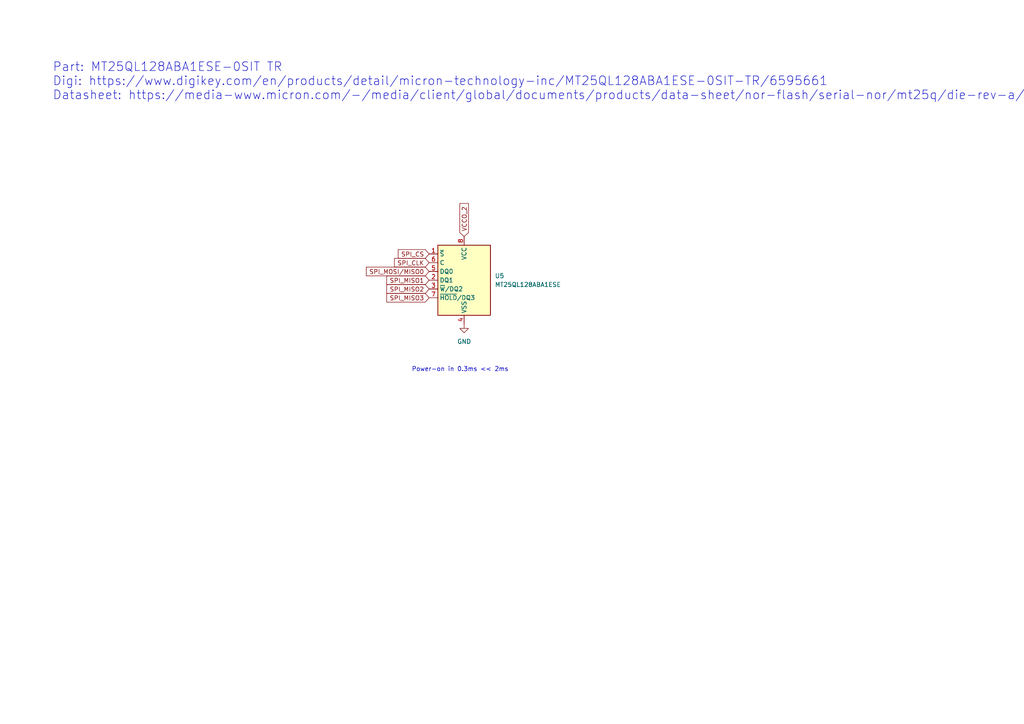
<source format=kicad_sch>
(kicad_sch (version 20230121) (generator eeschema)
  (paper "A4")
  (lib_symbols
    (symbol "Memory_Flash:MT25QUxxxxxx1xW7"
      (property "Reference" "U5" (at 8.89 1.27 0))
      (property "Value" "MT25QUxxxxxx1xW7" (at 8.89 -1.27 0))
      (symbol "MT25QUxxxxxx1xW7_0_1"
        (rectangle (start -7.62 10.16) (end 7.62 -10.16) (stroke (width 0.254)) (fill (type background)))
      )
      (symbol "MT25QUxxxxxx1xW7_1_1"
        (pin input line (at -10.16 7.62 0) (length 2.54) (name "~{S}") (number "1"))
        (pin bidirectional line (at -10.16 0 0) (length 2.54) (name "DQ1") (number "2"))
        (pin input line (at -10.16 -2.54 0) (length 2.54) (name "~{W}/DQ2") (number "3"))
        (pin power_in line (at 0 -12.7 90) (length 2.54) (name "VSS") (number "4"))
        (pin bidirectional line (at -10.16 2.54 0) (length 2.54) (name "DQ0") (number "5"))
        (pin input line (at -10.16 5.08 0) (length 2.54) (name "C") (number "6"))
        (pin input line (at -10.16 -5.08 0) (length 2.54) (name "~{HOLD}/DQ3") (number "7"))
        (pin power_in line (at 0 12.7 270) (length 2.54) (name "VCC") (number "8"))
      )
    )
    (symbol "power:GND" (power) (pin_names (offset 0))
      (property "Value" "GND" (at 0 -3.81 0))
      (symbol "GND_0_1"
        (polyline (pts (xy 0 0) (xy 0 -1.27) (xy 1.27 -1.27) (xy 0 -2.54) (xy -1.27 -1.27) (xy 0 -1.27)))
      )
      (symbol "GND_1_1"
        (pin power_in line (at 0 0 270) (length 0) hide (name "GND") (number "1"))
      )
    )
  )
  (text "Part: MT25QL128ABA1ESE-0SIT TR\nDigi: https://www.digikey.com/en/products/detail/micron-technology-inc/MT25QL128ABA1ESE-0SIT-TR/6595661\nDatasheet: https://media-www.micron.com/-/media/client/global/documents/products/data-sheet/nor-flash/serial-nor/mt25q/die-rev-a/mt25q_qlhs_l_128_aba_0.pdf" (at 15.24 29.21 0) (effects (font (size 2.54 2.54)) (justify left bottom)))
  (text "Power-on in 0.3ms << 2ms" (at 119.38 107.95 0) (effects (font (size 1.27 1.27)) (justify left bottom)))
  (global_label "SPI_CLK" (shape input) (at 124.46 76.2 180) (property "Intersheetrefs" "${INTERSHEET_REFS}" (effects hide)))
  (global_label "SPI_MISO2" (shape input) (at 124.46 83.82 180) (property "Intersheetrefs" "${INTERSHEET_REFS}" (effects hide)))
  (global_label "SPI_CS" (shape input) (at 124.46 73.66 180) (property "Intersheetrefs" "${INTERSHEET_REFS}" (effects hide)))
  (global_label "VCCO_2" (shape input) (at 134.62 68.58 90) (property "Intersheetrefs" "${INTERSHEET_REFS}" (effects hide)))
  (global_label "SPI_MISO3" (shape input) (at 124.46 86.36 180) (property "Intersheetrefs" "${INTERSHEET_REFS}" (effects hide)))
  (global_label "SPI_MISO1" (shape input) (at 124.46 81.28 180) (property "Intersheetrefs" "${INTERSHEET_REFS}" (effects hide)))
  (global_label "SPI_MOSI{slash}MISO0" (shape input) (at 124.46 78.74 180) (property "Intersheetrefs" "${INTERSHEET_REFS}" (effects hide)))
  (symbol (lib_id "power:GND") (at 134.62 93.98 0) (unit 1)
    (property "Reference" "#PWR08" (effects hide))
    (property "Value" "GND" (at 134.62 99.06 0))
  )
  (symbol (lib_id "Memory_Flash:MT25QUxxxxxx1xW7") (at 134.62 81.28 0) (unit 1)
    (property "Reference" "U5" (at 143.51 80.01 0) (effects (justify left)))
    (property "Value" "MT25QL128ABA1ESE" (at 143.51 82.55 0) (effects (justify left)))
    (property "Footprint" "Package_SO:SOIC-8W_5.3x5.3mm_P1.27mm" (effects hide))
    (property "Datasheet" "https://media-www.micron.com/-/media/client/global/documents/products/data-sheet/nor-flash/serial-nor/mt25q/die-rev-a/mt25q_qlhs_l_128_aba_0.pdf" (effects hide))
    (property "Digi" "https://www.digikey.com/en/products/detail/micron-technology-inc/MT25QL128ABA1ESE-0SIT-TR/6595661" (effects hide))
  )
)
</source>
